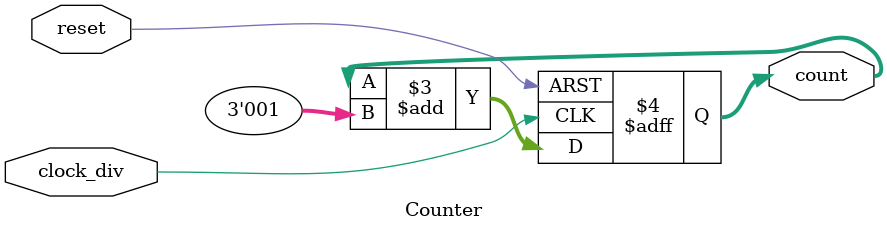
<source format=v>

module Counter(clock_div, reset, count);

	input clock_div, reset;
	output [2:0] count;
	
	reg [2:0] count;
	
	
	always @(posedge clock_div or negedge reset)
	begin
		
		if (!reset)  // reset == 0
		begin
			count <= 3'd0;	
		end
		
		else  // reset == 1
		begin
			count <= count + 3'd1;  // ++
		end
		
	end

endmodule

</source>
